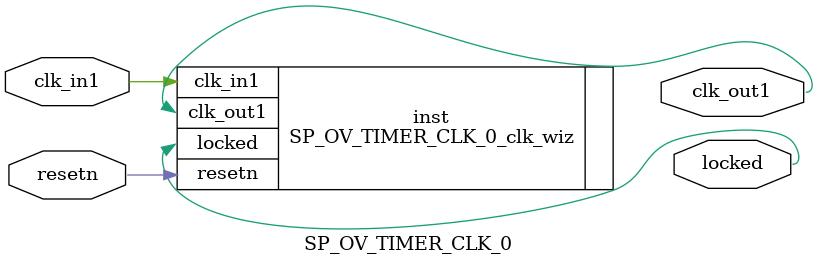
<source format=v>


`timescale 1ps/1ps

(* CORE_GENERATION_INFO = "SP_OV_TIMER_CLK_0,clk_wiz_v6_0_3_0_0,{component_name=SP_OV_TIMER_CLK_0,use_phase_alignment=true,use_min_o_jitter=true,use_max_i_jitter=false,use_dyn_phase_shift=false,use_inclk_switchover=false,use_dyn_reconfig=false,enable_axi=0,feedback_source=FDBK_AUTO,PRIMITIVE=MMCM,num_out_clk=1,clkin1_period=8.000,clkin2_period=10.000,use_power_down=false,use_reset=true,use_locked=true,use_inclk_stopped=false,feedback_type=SINGLE,CLOCK_MGR_TYPE=NA,manual_override=false}" *)

module SP_OV_TIMER_CLK_0 
 (
  // Clock out ports
  output        clk_out1,
  // Status and control signals
  input         resetn,
  output        locked,
 // Clock in ports
  input         clk_in1
 );

  SP_OV_TIMER_CLK_0_clk_wiz inst
  (
  // Clock out ports  
  .clk_out1(clk_out1),
  // Status and control signals               
  .resetn(resetn), 
  .locked(locked),
 // Clock in ports
  .clk_in1(clk_in1)
  );

endmodule

</source>
